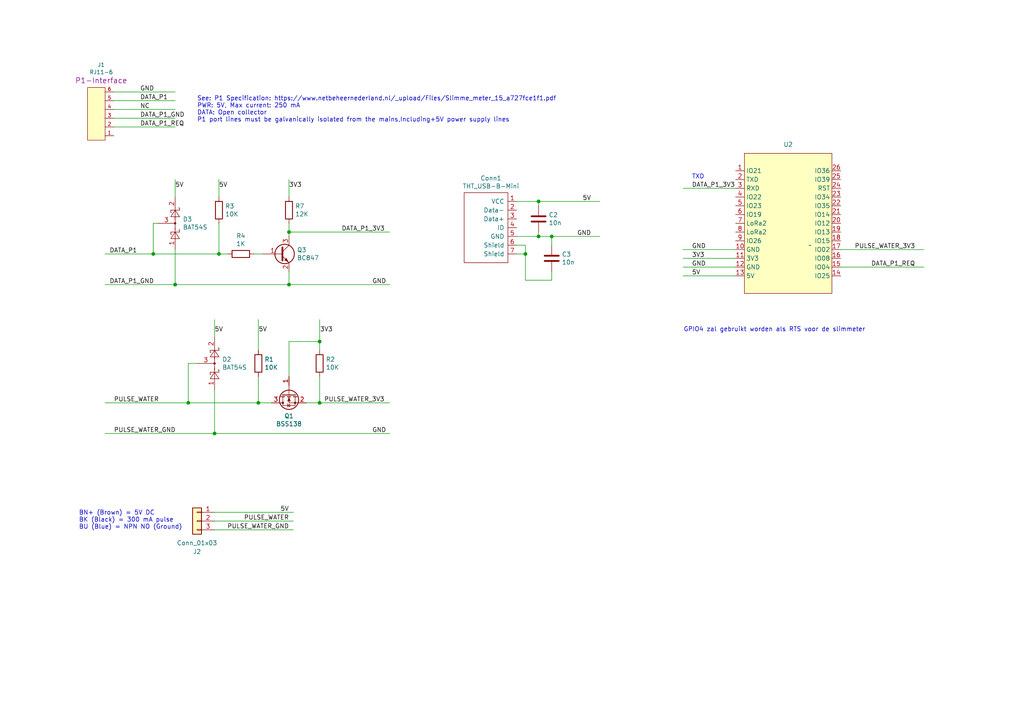
<source format=kicad_sch>
(kicad_sch (version 20230121) (generator eeschema)
  (paper "A4")
  (title_block (title "IoT-Apeldoorn P1/Watermeter LoRaWAN node") (date "2024-10-23") (rev "0.1") (company "IoT Apeldoorn") (comment 1 "Design: Remko Welling - RFSee"))
  (lib_symbols
    (symbol "Connector_Generic:Conn_01x03" (pin_names (offset 1.016) hide)
      (property "Reference" "J" (at 0 5.08 0))
      (property "Value" "Conn_01x03" (at 0 -5.08 0))
      (symbol "Conn_01x03_1_1"
        (rectangle (start -1.27 -2.413) (end 0 -2.667) (stroke (width 0.1524)))
        (rectangle (start -1.27 0.127) (end 0 -0.127) (stroke (width 0.1524)))
        (rectangle (start -1.27 2.667) (end 0 2.413) (stroke (width 0.1524)))
        (rectangle (start -1.27 3.81) (end 1.27 -3.81) (stroke (width 0.254)) (fill (type background)))
        (pin passive line (at -5.08 2.54 0) (length 3.81) (name "Pin_1") (number "1"))
        (pin passive line (at -5.08 0 0) (length 3.81) (name "Pin_2") (number "2"))
        (pin passive line (at -5.08 -2.54 0) (length 3.81) (name "Pin_3") (number "3"))
      )
    )
    (symbol "Device:C" (pin_numbers hide) (pin_names (offset 0.254))
      (property "Reference" "C" (at 0.635 2.54 0))
      (property "Value" "C" (at 0.635 -2.54 0))
      (symbol "C_0_1"
        (polyline (pts (xy -2.032 -0.762) (xy 2.032 -0.762)) (stroke (width 0.508)))
        (polyline (pts (xy -2.032 0.762) (xy 2.032 0.762)) (stroke (width 0.508)))
      )
      (symbol "C_1_1"
        (pin passive line (at 0 3.81 270) (length 2.794) (name "~") (number "1"))
        (pin passive line (at 0 -3.81 90) (length 2.794) (name "~") (number "2"))
      )
    )
    (symbol "Device:R" (pin_numbers hide) (pin_names (offset 0))
      (property "Reference" "R" (at 2.032 0 90))
      (property "Value" "R" (at 0 0 90))
      (symbol "R_0_1"
        (rectangle (start -1.016 -2.54) (end 1.016 2.54) (stroke (width 0.254)))
      )
      (symbol "R_1_1"
        (pin passive line (at 0 3.81 270) (length 1.27) (name "~") (number "1"))
        (pin passive line (at 0 -3.81 90) (length 1.27) (name "~") (number "2"))
      )
    )
    (symbol "Transistor_BJT:BC847" (pin_names (offset 0) hide)
      (property "Reference" "Q" (at 5.08 1.905 0))
      (property "Value" "BC847" (at 5.08 0 0))
      (symbol "BC847_0_1"
        (polyline (pts (xy 0.635 0.635) (xy 2.54 2.54)))
        (polyline (pts (xy 0.635 -0.635) (xy 2.54 -2.54) (xy 2.54 -2.54)))
        (polyline (pts (xy 0.635 1.905) (xy 0.635 -1.905) (xy 0.635 -1.905)) (stroke (width 0.508)))
        (polyline (pts (xy 1.27 -1.778) (xy 1.778 -1.27) (xy 2.286 -2.286) (xy 1.27 -1.778) (xy 1.27 -1.778)) (fill (type outline)))
        (circle (center 1.27 0) (radius 2.8194) (stroke (width 0.254)))
      )
      (symbol "BC847_1_1"
        (pin input line (at -5.08 0 0) (length 5.715) (name "B") (number "1"))
        (pin passive line (at 2.54 -5.08 90) (length 2.54) (name "E") (number "2"))
        (pin passive line (at 2.54 5.08 270) (length 2.54) (name "C") (number "3"))
      )
    )
    (symbol "Transistor_FET:BSS138" (pin_names hide)
      (property "Reference" "Q" (at 5.08 1.905 0))
      (property "Value" "BSS138" (at 5.08 0 0))
      (symbol "BSS138_0_1"
        (polyline (pts (xy 0.254 0) (xy -2.54 0)))
        (polyline (pts (xy 0.254 1.905) (xy 0.254 -1.905)) (stroke (width 0.254)))
        (polyline (pts (xy 0.762 -1.27) (xy 0.762 -2.286)) (stroke (width 0.254)))
        (polyline (pts (xy 0.762 0.508) (xy 0.762 -0.508)) (stroke (width 0.254)))
        (polyline (pts (xy 0.762 2.286) (xy 0.762 1.27)) (stroke (width 0.254)))
        (polyline (pts (xy 2.54 2.54) (xy 2.54 1.778)))
        (polyline (pts (xy 2.54 -2.54) (xy 2.54 0) (xy 0.762 0)))
        (polyline (pts (xy 0.762 -1.778) (xy 3.302 -1.778) (xy 3.302 1.778) (xy 0.762 1.778)))
        (polyline (pts (xy 1.016 0) (xy 2.032 0.381) (xy 2.032 -0.381) (xy 1.016 0)) (fill (type outline)))
        (polyline (pts (xy 2.794 0.508) (xy 2.921 0.381) (xy 3.683 0.381) (xy 3.81 0.254)))
        (polyline (pts (xy 3.302 0.381) (xy 2.921 -0.254) (xy 3.683 -0.254) (xy 3.302 0.381)))
        (circle (center 1.651 0) (radius 2.794) (stroke (width 0.254)))
        (circle (center 2.54 -1.778) (radius 0.254) (fill (type outline)))
        (circle (center 2.54 1.778) (radius 0.254) (fill (type outline)))
      )
      (symbol "BSS138_1_1"
        (pin input line (at -5.08 0 0) (length 2.54) (name "G") (number "1"))
        (pin passive line (at 2.54 -5.08 90) (length 2.54) (name "S") (number "2"))
        (pin passive line (at 2.54 5.08 270) (length 2.54) (name "D") (number "3"))
      )
    )
    (symbol "esp32-p1-node-board-rescue:BAT54S-Diode" (pin_names (offset 1.016))
      (property "Reference" "D" (at 0.635 -3.81 0))
      (property "Value" "Diode_BAT54S" (at -6.35 3.175 0))
      (symbol "BAT54S-Diode_0_1"
        (polyline (pts (xy -3.81 0) (xy -1.27 0)))
        (polyline (pts (xy -3.175 -1.27) (xy -3.175 -1.016)))
        (polyline (pts (xy -2.54 -1.27) (xy -3.175 -1.27)))
        (polyline (pts (xy -2.54 -1.27) (xy -2.54 1.27)))
        (polyline (pts (xy -2.54 1.27) (xy -1.905 1.27)))
        (polyline (pts (xy -1.905 0) (xy 1.905 0)))
        (polyline (pts (xy -1.905 1.27) (xy -1.905 1.016)))
        (polyline (pts (xy 1.27 0) (xy 3.81 0)))
        (polyline (pts (xy 3.175 -1.27) (xy 3.175 -1.016)))
        (polyline (pts (xy 3.81 -1.27) (xy 3.175 -1.27)))
        (polyline (pts (xy 3.81 -1.27) (xy 3.81 1.27)))
        (polyline (pts (xy 3.81 1.27) (xy 4.445 1.27)))
        (polyline (pts (xy 4.445 1.27) (xy 4.445 1.016)))
        (polyline (pts (xy -4.445 1.27) (xy -4.445 -1.27) (xy -2.54 0) (xy -4.445 1.27)))
        (polyline (pts (xy 1.905 1.27) (xy 1.905 -1.27) (xy 3.81 0) (xy 1.905 1.27)))
        (circle (center 0 0) (radius 0.254) (fill (type outline)))
      )
      (symbol "BAT54S-Diode_1_1"
        (pin passive line (at -7.62 0 0) (length 3.81) (name "~") (number "1"))
        (pin passive line (at 7.62 0 180) (length 3.81) (name "~") (number "2"))
        (pin passive line (at 0 -5.08 90) (length 5.08) (name "~") (number "3"))
      )
    )
    (symbol "esp32-p1-node-board-rescue:RJ11-6-SparkFun-Connectors" (pin_names (offset 1.016) hide)
      (property "Reference" "J" (at -5.08 15.24 0))
      (property "Value" "RJ11-6-SparkFun-Connectors" (at -5.08 -3.81 0))
      (property "Field4" "CONN-08590" (at 0 19.05 0))
      (symbol "RJ11-6-SparkFun-Connectors_1_1"
        (rectangle (start 0 -1.27) (end -5.08 13.97) (fill (type background)))
        (pin passive line (at 2.54 0 180) (length 2.54) (name "1") (number "1"))
        (pin passive line (at 2.54 2.54 180) (length 2.54) (name "2") (number "2"))
        (pin passive line (at 2.54 5.08 180) (length 2.54) (name "3") (number "3"))
        (pin passive line (at 2.54 7.62 180) (length 2.54) (name "4") (number "4"))
        (pin passive line (at 2.54 10.16 180) (length 2.54) (name "5") (number "5"))
        (pin passive line (at 2.54 12.7 180) (length 2.54) (name "6") (number "6"))
      )
    )
    (symbol "esp32-p1-node-board-rescue:THT_USB-B-Mini-esp32_node" (pin_names (offset 1.016))
      (property "Reference" "Conn" (at -3.81 10.16 0))
      (property "Value" "THT_USB-B-Mini-esp32_node" (at 1.27 -12.7 0))
      (symbol "THT_USB-B-Mini-esp32_node_0_1"
        (rectangle (start -6.35 8.89) (end 6.35 -11.43))
      )
      (symbol "THT_USB-B-Mini-esp32_node_1_1"
        (pin power_in line (at -8.89 6.35 0) (length 2.54) (name "VCC") (number "1"))
        (pin bidirectional line (at -8.89 3.81 0) (length 2.54) (name "Data-") (number "2"))
        (pin bidirectional line (at -8.89 1.27 0) (length 2.54) (name "Data+") (number "3"))
        (pin bidirectional line (at -8.89 -1.27 0) (length 2.54) (name "ID") (number "4"))
        (pin power_in line (at -8.89 -3.81 0) (length 2.54) (name "GND") (number "5"))
        (pin passive line (at -8.89 -6.35 0) (length 2.54) (name "Shield") (number "6"))
        (pin passive line (at -8.89 -8.89 0) (length 2.54) (name "Shield") (number "7"))
      )
    )
    (symbol "my-KiCad-library:TTGO_T3_V1.6.1"
      (property "Reference" "U" (at 0 0 0))
      (symbol "TTGO_T3_V1.6.1_1_1"
        (rectangle (start -12.7 20.32) (end 12.7 -20.32) (fill (type background)))
        (pin bidirectional line (at -15.24 15.24 0) (length 2.54) (name "IO21") (number "1"))
        (pin passive line (at -15.24 -7.62 0) (length 2.54) (name "GND") (number "10"))
        (pin power_out line (at -15.24 -10.16 0) (length 2.54) (name "3V3") (number "11"))
        (pin passive line (at -15.24 -12.7 0) (length 2.54) (name "GND") (number "12"))
        (pin power_in line (at -15.24 -15.24 0) (length 2.54) (name "5V") (number "13"))
        (pin bidirectional line (at 15.24 -15.24 180) (length 2.54) (name "IO25") (number "14"))
        (pin bidirectional line (at 15.24 -12.7 180) (length 2.54) (name "IO04") (number "15"))
        (pin bidirectional line (at 15.24 -10.16 180) (length 2.54) (name "IO08") (number "16"))
        (pin bidirectional line (at 15.24 -7.62 180) (length 2.54) (name "IO02") (number "17"))
        (pin bidirectional line (at 15.24 -5.08 180) (length 2.54) (name "IO15") (number "18"))
        (pin bidirectional line (at 15.24 -2.54 180) (length 2.54) (name "IO13") (number "19"))
        (pin output line (at -15.24 12.7 0) (length 2.54) (name "TXD") (number "2"))
        (pin bidirectional line (at 15.24 0 180) (length 2.54) (name "IO12") (number "20"))
        (pin bidirectional line (at 15.24 2.54 180) (length 2.54) (name "IO14") (number "21"))
        (pin bidirectional line (at 15.24 5.08 180) (length 2.54) (name "IO35") (number "22"))
        (pin bidirectional line (at 15.24 7.62 180) (length 2.54) (name "IO34") (number "23"))
        (pin input line (at 15.24 10.16 180) (length 2.54) (name "RST") (number "24"))
        (pin bidirectional line (at 15.24 12.7 180) (length 2.54) (name "IO39") (number "25"))
        (pin bidirectional line (at 15.24 15.24 180) (length 2.54) (name "IO36") (number "26"))
        (pin input line (at -15.24 10.16 0) (length 2.54) (name "RXD") (number "3"))
        (pin bidirectional line (at -15.24 7.62 0) (length 2.54) (name "IO22") (number "4"))
        (pin bidirectional line (at -15.24 5.08 0) (length 2.54) (name "IO23") (number "5"))
        (pin bidirectional line (at -15.24 2.54 0) (length 2.54) (name "IO19") (number "6"))
        (pin bidirectional line (at -15.24 0 0) (length 2.54) (name "LoRa2") (number "7"))
        (pin bidirectional line (at -15.24 -2.54 0) (length 2.54) (name "LoRa2") (number "8"))
        (pin bidirectional line (at -15.24 -5.08 0) (length 2.54) (name "IO26") (number "9"))
      )
    )
  )
  (junction (at 92.71 116.84))
  (junction (at 63.5 73.66))
  (junction (at 83.82 67.31))
  (junction (at 44.45 73.66))
  (junction (at 156.21 68.58))
  (junction (at 152.4 73.66))
  (junction (at 156.21 58.42))
  (junction (at 160.02 68.58))
  (junction (at 92.71 99.06))
  (junction (at 54.61 116.84))
  (junction (at 74.93 116.84))
  (junction (at 50.8 82.55))
  (junction (at 62.23 125.73))
  (junction (at 83.82 82.55))
  (wire (pts (xy 50.8 72.39) (xy 50.8 82.55)))
  (wire (pts (xy 45.72 64.77) (xy 44.45 64.77)))
  (wire (pts (xy 54.61 116.84) (xy 74.93 116.84)))
  (wire (pts (xy 62.23 97.79) (xy 62.23 92.71)))
  (wire (pts (xy 62.23 113.03) (xy 62.23 125.73)))
  (wire (pts (xy 156.21 68.58) (xy 156.21 67.31)))
  (wire (pts (xy 74.93 116.84) (xy 78.74 116.84)))
  (wire (pts (xy 152.4 71.12) (xy 152.4 73.66)))
  (wire (pts (xy 213.36 54.61) (xy 198.12 54.61)))
  (wire (pts (xy 243.84 77.47) (xy 267.97 77.47)))
  (wire (pts (xy 44.45 64.77) (xy 44.45 73.66)))
  (wire (pts (xy 63.5 64.77) (xy 63.5 73.66)))
  (wire (pts (xy 160.02 68.58) (xy 160.02 71.12)))
  (wire (pts (xy 213.36 74.93) (xy 198.12 74.93)))
  (wire (pts (xy 63.5 57.15) (xy 63.5 52.07)))
  (wire (pts (xy 83.82 82.55) (xy 113.03 82.55)))
  (wire (pts (xy 88.9 116.84) (xy 92.71 116.84)))
  (wire (pts (xy 83.82 57.15) (xy 83.82 52.07)))
  (wire (pts (xy 198.12 80.01) (xy 213.36 80.01)))
  (wire (pts (xy 50.8 82.55) (xy 83.82 82.55)))
  (wire (pts (xy 30.48 125.73) (xy 62.23 125.73)))
  (wire (pts (xy 149.86 68.58) (xy 156.21 68.58)))
  (wire (pts (xy 213.36 72.39) (xy 198.12 72.39)))
  (wire (pts (xy 54.61 116.84) (xy 54.61 105.41)))
  (wire (pts (xy 30.48 82.55) (xy 50.8 82.55)))
  (wire (pts (xy 83.82 67.31) (xy 83.82 68.58)))
  (wire (pts (xy 152.4 81.28) (xy 160.02 81.28)))
  (wire (pts (xy 30.48 73.66) (xy 44.45 73.66)))
  (wire (pts (xy 63.5 73.66) (xy 66.04 73.66)))
  (wire (pts (xy 92.71 116.84) (xy 113.03 116.84)))
  (wire (pts (xy 160.02 81.28) (xy 160.02 78.74)))
  (wire (pts (xy 54.61 105.41) (xy 57.15 105.41)))
  (wire (pts (xy 33.02 36.83) (xy 50.8 36.83)))
  (wire (pts (xy 243.84 72.39) (xy 267.97 72.39)))
  (wire (pts (xy 62.23 153.67) (xy 85.09 153.67)))
  (wire (pts (xy 83.82 64.77) (xy 83.82 67.31)))
  (wire (pts (xy 50.8 57.15) (xy 50.8 52.07)))
  (wire (pts (xy 149.86 71.12) (xy 152.4 71.12)))
  (wire (pts (xy 83.82 67.31) (xy 113.03 67.31)))
  (wire (pts (xy 92.71 109.22) (xy 92.71 116.84)))
  (wire (pts (xy 83.82 78.74) (xy 83.82 82.55)))
  (wire (pts (xy 149.86 73.66) (xy 152.4 73.66)))
  (wire (pts (xy 33.02 29.21) (xy 50.8 29.21)))
  (wire (pts (xy 33.02 26.67) (xy 50.8 26.67)))
  (wire (pts (xy 198.12 77.47) (xy 213.36 77.47)))
  (wire (pts (xy 156.21 59.69) (xy 156.21 58.42)))
  (wire (pts (xy 160.02 68.58) (xy 173.99 68.58)))
  (wire (pts (xy 62.23 148.59) (xy 85.09 148.59)))
  (wire (pts (xy 62.23 151.13) (xy 85.09 151.13)))
  (wire (pts (xy 74.93 92.71) (xy 74.93 101.6)))
  (wire (pts (xy 62.23 125.73) (xy 113.03 125.73)))
  (wire (pts (xy 74.93 109.22) (xy 74.93 116.84)))
  (wire (pts (xy 30.48 116.84) (xy 54.61 116.84)))
  (wire (pts (xy 83.82 109.22) (xy 83.82 99.06)))
  (wire (pts (xy 83.82 99.06) (xy 92.71 99.06)))
  (wire (pts (xy 33.02 31.75) (xy 50.8 31.75)))
  (wire (pts (xy 44.45 73.66) (xy 63.5 73.66)))
  (wire (pts (xy 152.4 73.66) (xy 152.4 81.28)))
  (wire (pts (xy 156.21 58.42) (xy 173.99 58.42)))
  (wire (pts (xy 92.71 99.06) (xy 92.71 101.6)))
  (wire (pts (xy 33.02 34.29) (xy 50.8 34.29)))
  (wire (pts (xy 149.86 58.42) (xy 156.21 58.42)))
  (wire (pts (xy 92.71 99.06) (xy 92.71 92.71)))
  (wire (pts (xy 156.21 68.58) (xy 160.02 68.58)))
  (wire (pts (xy 73.66 73.66) (xy 76.2 73.66)))
  (text "TXD" (at 200.66 52.07 0) (effects (font (size 1.27 1.27)) (justify left bottom)))
  (text "BN+ (Brown) = 5V DC\nBK (Black) = 300 mA pulse\nBU (Blue) = NPN NO (Ground)" (at 22.86 153.67 0) (effects (font (size 1.27 1.27)) (justify left bottom)))
  (text "GPIO4 zal gebruikt worden als RTS voor de slimmeter" (at 198.247 96.393 0) (effects (font (size 1.27 1.27)) (justify left bottom)))
  (text "See: P1 Specification: https://www.netbeheernederland.nl/_upload/Files/Slimme_meter_15_a727fce1f1.pdf\nPWR: 5V, Max current: 250 mA\nDATA: Open collector\nP1 port lines must be galvanically isolated from the mains,Including+5V power supply lines" (at 57.15 35.56 0) (effects (font (size 1.27 1.27)) (justify left bottom)))
  (label "DATA_P1_REQ" (at 40.64 36.83 0))
  (label "3V3" (at 200.66 74.93 0))
  (label "DATA_P1_3V3" (at 99.06 67.31 0))
  (label "3V3" (at 96.52 96.52 180))
  (label "DATA_P1_3V3" (at 200.66 54.61 0))
  (label "DATA_P1" (at 31.75 73.66 0))
  (label "DATA_P1" (at 40.64 29.21 0))
  (label "GND" (at 107.95 125.73 0))
  (label "GND" (at 200.66 77.47 0))
  (label "DATA_P1_GND" (at 40.64 34.29 0))
  (label "5V" (at 62.23 96.52 0))
  (label "DATA_P1_REQ" (at 265.43 77.47 180))
  (label "3V3" (at 83.82 54.61 0))
  (label "5V" (at 63.5 54.61 0))
  (label "GND" (at 171.45 68.58 180))
  (label "5V" (at 200.66 80.01 0))
  (label "GND" (at 107.95 82.55 0))
  (label "PULSE_WATER" (at 33.02 116.84 0))
  (label "PULSE_WATER_GND" (at 83.82 153.67 180))
  (label "DATA_P1_GND" (at 31.75 82.55 0))
  (label "5V" (at 50.8 54.61 0))
  (label "PULSE_WATER_GND" (at 33.02 125.73 0))
  (label "PULSE_WATER" (at 83.82 151.13 180))
  (label "PULSE_WATER_3V3" (at 265.43 72.39 180))
  (label "5V" (at 171.45 58.42 180))
  (label "PULSE_WATER_3V3" (at 93.98 116.84 0))
  (label "5V" (at 83.82 148.59 180))
  (label "5V" (at 77.47 96.52 180))
  (label "GND" (at 200.66 72.39 0))
  (label "GND" (at 40.64 26.67 0))
  (label "NC" (at 40.64 31.75 0))
  (symbol (lib_id "esp32-p1-node-board-rescue:RJ11-6-SparkFun-Connectors") (at 30.48 39.37 0) (unit 1)
    (property "Reference" "J1" (at 29.3624 18.796 0) (effects (font (size 1.143 1.143))))
    (property "Value" "RJ11-6" (at 29.3624 20.9296 0) (effects (font (size 1.143 1.143))))
    (property "Footprint" "Connector_RJ:RJ12_Amphenol_54601" (effects hide))
    (property "Field4" "P1-Interface" (at 29.3624 23.3426 0) (effects (font (size 1.524 1.524))))
  )
  (symbol (lib_id "Device:C") (at 156.21 63.5 0) (unit 1)
    (property "Reference" "C2" (at 159.131 62.3316 0) (effects (justify left)))
    (property "Value" "10n" (at 159.131 64.643 0) (effects (justify left)))
    (property "Footprint" "Capacitor_SMD:C_1206_3216Metric" (effects hide))
  )
  (symbol (lib_id "esp32-p1-node-board-rescue:THT_USB-B-Mini-esp32_node") (at 140.97 64.77 0) (mirror y) (unit 1)
    (property "Reference" "Conn1" (at 142.3924 51.689 0))
    (property "Value" "THT_USB-B-Mini" (at 142.3924 54.0004 0))
    (property "Footprint" "esp32-p1-node-board:THT_USB-B-Mini" (effects hide))
  )
  (symbol (lib_id "Device:C") (at 160.02 74.93 0) (unit 1)
    (property "Reference" "C3" (at 162.941 73.7616 0) (effects (justify left)))
    (property "Value" "10n" (at 162.941 76.073 0) (effects (justify left)))
    (property "Footprint" "Capacitor_SMD:C_1206_3216Metric" (effects hide))
  )
  (symbol (lib_id "esp32-p1-node-board-rescue:BAT54S-Diode") (at 50.8 64.77 270) (mirror x) (unit 1)
    (property "Reference" "D3" (at 53.0098 63.6016 90) (effects (justify left)))
    (property "Value" "BAT54S" (at 53.0098 65.913 90) (effects (justify left)))
    (property "Footprint" "Package_TO_SOT_SMD:SOT-23" (effects hide))
    (property "Datasheet" "https://www.diodes.com/assets/Datasheets/ds11005.pdf" (effects hide))
  )
  (symbol (lib_id "Device:R") (at 83.82 60.96 0) (unit 1)
    (property "Reference" "R7" (at 85.598 59.7916 0) (effects (justify left)))
    (property "Value" "12K" (at 85.598 62.103 0) (effects (justify left)))
    (property "Footprint" "Resistor_SMD:R_1206_3216Metric" (effects hide))
  )
  (symbol (lib_id "Device:R") (at 63.5 60.96 0) (unit 1)
    (property "Reference" "R3" (at 65.278 59.7916 0) (effects (justify left)))
    (property "Value" "10K" (at 65.278 62.103 0) (effects (justify left)))
    (property "Footprint" "Resistor_SMD:R_1206_3216Metric" (effects hide))
  )
  (symbol (lib_id "Device:R") (at 74.93 105.41 0) (unit 1)
    (property "Reference" "R1" (at 76.708 104.2416 0) (effects (justify left)))
    (property "Value" "10K" (at 76.708 106.553 0) (effects (justify left)))
    (property "Footprint" "Resistor_SMD:R_1206_3216Metric" (effects hide))
  )
  (symbol (lib_id "Device:R") (at 92.71 105.41 0) (unit 1)
    (property "Reference" "R2" (at 94.488 104.2416 0) (effects (justify left)))
    (property "Value" "10K" (at 94.488 106.553 0) (effects (justify left)))
    (property "Footprint" "Resistor_SMD:R_1206_3216Metric" (effects hide))
  )
  (symbol (lib_id "my-KiCad-library:TTGO_T3_V1.6.1") (at 228.6 64.77 0) (unit 1)
    (property "Reference" "U2" (at 228.6 41.91 0))
    (property "Value" "~" (at 234.95 71.12 0))
  )
  (symbol (lib_id "Transistor_BJT:BC847") (at 81.28 73.66 0) (unit 1)
    (property "Reference" "Q3" (at 86.1314 72.4916 0) (effects (justify left)))
    (property "Value" "BC847" (at 86.1314 74.803 0) (effects (justify left)))
    (property "Footprint" "Package_TO_SOT_SMD:SOT-23" (effects hide))
    (property "Datasheet" "http://www.infineon.com/dgdl/Infineon-BC847SERIES_BC848SERIES_BC849SERIES_BC850SERIES-DS-v01_01-en.pdf?fileId=db3a304314dca389011541d4630a1657" (effects hide))
  )
  (symbol (lib_id "esp32-p1-node-board-rescue:BAT54S-Diode") (at 62.23 105.41 270) (mirror x) (unit 1)
    (property "Reference" "D2" (at 64.4398 104.2416 90) (effects (justify left)))
    (property "Value" "BAT54S" (at 64.4398 106.553 90) (effects (justify left)))
    (property "Footprint" "Package_TO_SOT_SMD:SOT-23" (effects hide))
    (property "Datasheet" "https://www.diodes.com/assets/Datasheets/ds11005.pdf" (effects hide))
  )
  (symbol (lib_id "Connector_Generic:Conn_01x03") (at 57.15 151.13 0) (mirror y) (unit 1)
    (property "Reference" "J2" (at 57.15 160.02 0))
    (property "Value" "Conn_01x03" (at 57.15 157.48 0))
  )
  (symbol (lib_id "Transistor_FET:BSS138") (at 83.82 114.3 90) (mirror x) (unit 1)
    (property "Reference" "Q1" (at 83.82 120.65 90))
    (property "Value" "BSS138" (at 83.82 122.9614 90))
    (property "Footprint" "Package_TO_SOT_SMD:SOT-23" (effects hide))
    (property "Datasheet" "https://www.fairchildsemi.com/datasheets/BS/BSS138.pdf" (effects hide))
  )
  (symbol (lib_id "Device:R") (at 69.85 73.66 270) (unit 1)
    (property "Reference" "R4" (at 69.85 68.4022 90))
    (property "Value" "1K" (at 69.85 70.7136 90))
    (property "Footprint" "Resistor_SMD:R_1206_3216Metric" (effects hide))
  )
)
</source>
